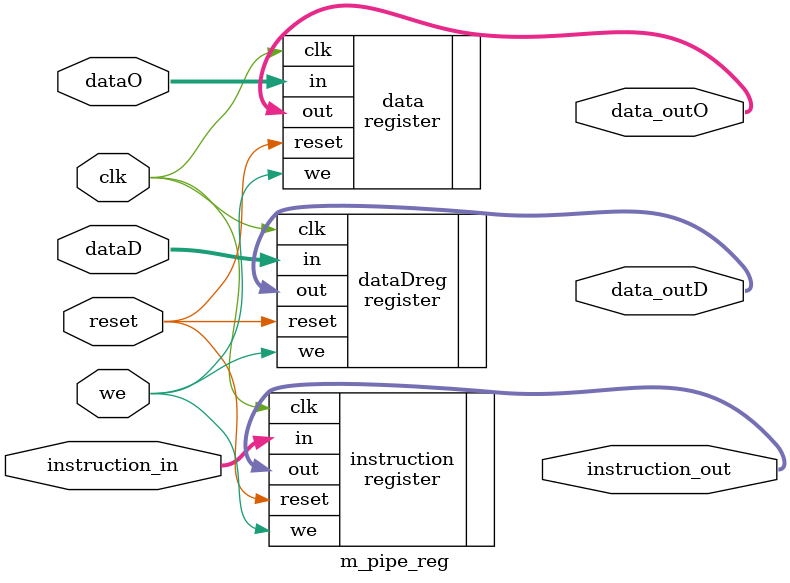
<source format=v>
module m_pipe_reg (dataO,dataD,we, clk,reset,data_outO,data_outD,instruction_in,instruction_out);

input clk,we,reset;
input[31:0]dataO,dataD,instruction_in;
output[31:0]data_outO,data_outD,instruction_out;

register dataDreg (.in(dataD), .clk(clk),.we(we), .reset(reset),.out(data_outD));
register data (.in(dataO), .clk(clk),.we(we), .reset(reset),.out(data_outO));
register instruction (.in(instruction_in), .clk(clk),.we(we), .reset(reset),.out(instruction_out));


endmodule
</source>
